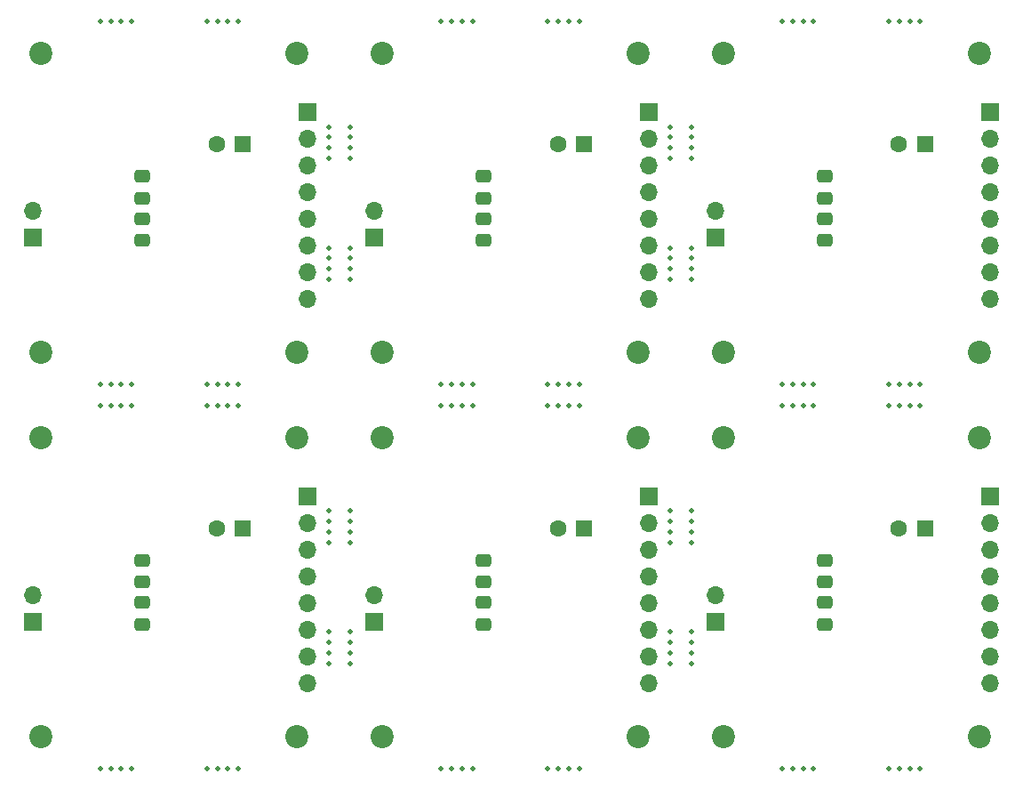
<source format=gbr>
%TF.GenerationSoftware,KiCad,Pcbnew,8.0.4*%
%TF.CreationDate,2024-08-17T22:53:07+02:00*%
%TF.ProjectId,,58585858-5858-4585-9858-585858585858,rev?*%
%TF.SameCoordinates,Original*%
%TF.FileFunction,Soldermask,Bot*%
%TF.FilePolarity,Negative*%
%FSLAX46Y46*%
G04 Gerber Fmt 4.6, Leading zero omitted, Abs format (unit mm)*
G04 Created by KiCad (PCBNEW 8.0.4) date 2024-08-17 22:53:07*
%MOMM*%
%LPD*%
G01*
G04 APERTURE LIST*
G04 Aperture macros list*
%AMRoundRect*
0 Rectangle with rounded corners*
0 $1 Rounding radius*
0 $2 $3 $4 $5 $6 $7 $8 $9 X,Y pos of 4 corners*
0 Add a 4 corners polygon primitive as box body*
4,1,4,$2,$3,$4,$5,$6,$7,$8,$9,$2,$3,0*
0 Add four circle primitives for the rounded corners*
1,1,$1+$1,$2,$3*
1,1,$1+$1,$4,$5*
1,1,$1+$1,$6,$7*
1,1,$1+$1,$8,$9*
0 Add four rect primitives between the rounded corners*
20,1,$1+$1,$2,$3,$4,$5,0*
20,1,$1+$1,$4,$5,$6,$7,0*
20,1,$1+$1,$6,$7,$8,$9,0*
20,1,$1+$1,$8,$9,$2,$3,0*%
G04 Aperture macros list end*
%ADD10RoundRect,0.250000X0.475000X-0.337500X0.475000X0.337500X-0.475000X0.337500X-0.475000X-0.337500X0*%
%ADD11RoundRect,0.250000X-0.475000X0.337500X-0.475000X-0.337500X0.475000X-0.337500X0.475000X0.337500X0*%
%ADD12C,0.500000*%
%ADD13C,2.200000*%
%ADD14R,1.700000X1.700000*%
%ADD15O,1.700000X1.700000*%
%ADD16R,1.600000X1.600000*%
%ADD17C,1.600000*%
G04 APERTURE END LIST*
D10*
%TO.C,C2*%
X145960000Y-84372500D03*
X145960000Y-82297500D03*
%TD*%
D11*
%TO.C,C6*%
X113480000Y-41732500D03*
X113480000Y-43807500D03*
%TD*%
D10*
%TO.C,C2*%
X178440000Y-84372500D03*
X178440000Y-82297500D03*
%TD*%
D11*
%TO.C,C6*%
X178440000Y-41732500D03*
X178440000Y-43807500D03*
%TD*%
%TO.C,C6*%
X113480000Y-78276500D03*
X113480000Y-80351500D03*
%TD*%
%TO.C,C6*%
X145960000Y-78276500D03*
X145960000Y-80351500D03*
%TD*%
%TO.C,C6*%
X145960000Y-41732500D03*
X145960000Y-43807500D03*
%TD*%
D10*
%TO.C,C2*%
X178440000Y-47828500D03*
X178440000Y-45753500D03*
%TD*%
D11*
%TO.C,C6*%
X178440000Y-78276500D03*
X178440000Y-80351500D03*
%TD*%
D10*
%TO.C,C2*%
X113480000Y-84372500D03*
X113480000Y-82297500D03*
%TD*%
%TO.C,C2*%
X113480000Y-47828500D03*
X113480000Y-45753500D03*
%TD*%
%TO.C,C2*%
X145960000Y-47828500D03*
X145960000Y-45753500D03*
%TD*%
D12*
%TO.C,KiKit_MB_3_1*%
X109440000Y-27000500D03*
%TD*%
%TO.C,KiKit_MB_28_4*%
X133260000Y-85073833D03*
%TD*%
%TO.C,KiKit_MB_31_3*%
X143920000Y-63544500D03*
%TD*%
%TO.C,KiKit_MB_33_2*%
X143920000Y-98088500D03*
%TD*%
%TO.C,KiKit_MB_33_3*%
X142920000Y-98088500D03*
%TD*%
%TO.C,KiKit_MB_25_1*%
X112440000Y-98088500D03*
%TD*%
%TO.C,KiKit_MB_16_1*%
X165740000Y-51529833D03*
%TD*%
%TO.C,KiKit_MB_30_3*%
X163740000Y-87073833D03*
%TD*%
%TO.C,KiKit_MB_38_4*%
X187560000Y-63544500D03*
%TD*%
D13*
%TO.C,M2*%
X136308000Y-66592500D03*
%TD*%
D12*
%TO.C,KiKit_MB_11_3*%
X143920000Y-27000500D03*
%TD*%
%TO.C,KiKit_MB_11_4*%
X144920000Y-27000500D03*
%TD*%
%TO.C,KiKit_MB_18_2*%
X185560000Y-27000500D03*
%TD*%
%TO.C,KiKit_MB_5_2*%
X111440000Y-61544500D03*
%TD*%
%TO.C,KiKit_MB_39_3*%
X175400000Y-98088500D03*
%TD*%
%TO.C,KiKit_MB_34_4*%
X152080000Y-98088500D03*
%TD*%
%TO.C,KiKit_MB_12_3*%
X154080000Y-27000500D03*
%TD*%
%TO.C,KiKit_MB_26_4*%
X119600000Y-98088500D03*
%TD*%
%TO.C,KiKit_MB_7_2*%
X133260000Y-39015167D03*
%TD*%
%TO.C,KiKit_MB_10_2*%
X163740000Y-49529833D03*
%TD*%
%TO.C,KiKit_MB_14_1*%
X155080000Y-61544500D03*
%TD*%
%TO.C,KiKit_MB_6_1*%
X122600000Y-61544500D03*
%TD*%
D14*
%TO.C,J1*%
X161708000Y-35636500D03*
D15*
X161708000Y-38176500D03*
X161708000Y-40716500D03*
X161708000Y-43256500D03*
X161708000Y-45796500D03*
X161708000Y-48336500D03*
X161708000Y-50876500D03*
X161708000Y-53416500D03*
%TD*%
D12*
%TO.C,KiKit_MB_19_1*%
X177400000Y-61544500D03*
%TD*%
D16*
%TO.C,C7*%
X123044380Y-75228500D03*
D17*
X120544380Y-75228500D03*
%TD*%
D12*
%TO.C,KiKit_MB_34_2*%
X154080000Y-98088500D03*
%TD*%
%TO.C,KiKit_MB_5_3*%
X110440000Y-61544500D03*
%TD*%
%TO.C,KiKit_MB_7_3*%
X133260000Y-38015167D03*
%TD*%
%TO.C,KiKit_MB_25_4*%
X109440000Y-98088500D03*
%TD*%
D14*
%TO.C,J2*%
X168026000Y-47579500D03*
D15*
X168026000Y-45039500D03*
%TD*%
D12*
%TO.C,KiKit_MB_19_3*%
X175400000Y-61544500D03*
%TD*%
%TO.C,KiKit_MB_37_2*%
X175400000Y-63544500D03*
%TD*%
%TO.C,KiKit_MB_9_4*%
X163740000Y-40015167D03*
%TD*%
%TO.C,KiKit_MB_3_3*%
X111440000Y-27000500D03*
%TD*%
%TO.C,KiKit_MB_24_3*%
X121600000Y-63544500D03*
%TD*%
%TO.C,KiKit_MB_7_1*%
X133260000Y-40015167D03*
%TD*%
D13*
%TO.C,REF\u002A\u002A*%
X128212000Y-95040500D03*
%TD*%
D12*
%TO.C,KiKit_MB_17_3*%
X176400000Y-27000500D03*
%TD*%
%TO.C,KiKit_MB_4_3*%
X121600000Y-27000500D03*
%TD*%
%TO.C,KiKit_MB_2_4*%
X131260000Y-51529833D03*
%TD*%
%TO.C,KiKit_MB_13_2*%
X143920000Y-61544500D03*
%TD*%
%TO.C,KiKit_MB_36_3*%
X165740000Y-86073833D03*
%TD*%
%TO.C,KiKit_MB_27_1*%
X133260000Y-76559166D03*
%TD*%
%TO.C,KiKit_MB_11_2*%
X142920000Y-27000500D03*
%TD*%
%TO.C,KiKit_MB_20_4*%
X184560000Y-61544500D03*
%TD*%
D14*
%TO.C,J1*%
X129228000Y-35636500D03*
D15*
X129228000Y-38176500D03*
X129228000Y-40716500D03*
X129228000Y-43256500D03*
X129228000Y-45796500D03*
X129228000Y-48336500D03*
X129228000Y-50876500D03*
X129228000Y-53416500D03*
%TD*%
D16*
%TO.C,C7*%
X188004380Y-75228500D03*
D17*
X185504380Y-75228500D03*
%TD*%
D12*
%TO.C,KiKit_MB_9_2*%
X163740000Y-38015167D03*
%TD*%
%TO.C,KiKit_MB_1_2*%
X131260000Y-38015167D03*
%TD*%
%TO.C,KiKit_MB_14_3*%
X153080000Y-61544500D03*
%TD*%
%TO.C,KiKit_MB_29_3*%
X163740000Y-75559166D03*
%TD*%
%TO.C,KiKit_MB_27_4*%
X133260000Y-73559166D03*
%TD*%
%TO.C,KiKit_MB_1_4*%
X131260000Y-40015167D03*
%TD*%
%TO.C,KiKit_MB_23_4*%
X112440000Y-63544500D03*
%TD*%
%TO.C,KiKit_MB_20_1*%
X187560000Y-61544500D03*
%TD*%
D13*
%TO.C,REF\u002A\u002A*%
X103828000Y-95040500D03*
%TD*%
D12*
%TO.C,KiKit_MB_15_4*%
X165740000Y-37015167D03*
%TD*%
%TO.C,KiKit_MB_4_2*%
X120600000Y-27000500D03*
%TD*%
%TO.C,KiKit_MB_22_4*%
X131260000Y-88073833D03*
%TD*%
%TO.C,KiKit_MB_9_1*%
X163740000Y-37015167D03*
%TD*%
%TO.C,KiKit_MB_20_2*%
X186560000Y-61544500D03*
%TD*%
%TO.C,KiKit_MB_36_4*%
X165740000Y-85073833D03*
%TD*%
%TO.C,KiKit_MB_14_2*%
X154080000Y-61544500D03*
%TD*%
%TO.C,KiKit_MB_8_3*%
X133260000Y-49529833D03*
%TD*%
D13*
%TO.C,REF\u002A\u002A*%
X128212000Y-30048500D03*
%TD*%
D12*
%TO.C,KiKit_MB_33_1*%
X144920000Y-98088500D03*
%TD*%
%TO.C,KiKit_MB_13_1*%
X144920000Y-61544500D03*
%TD*%
%TO.C,KiKit_MB_31_1*%
X141920000Y-63544500D03*
%TD*%
%TO.C,KiKit_MB_17_4*%
X177400000Y-27000500D03*
%TD*%
%TO.C,KiKit_MB_1_1*%
X131260000Y-37015167D03*
%TD*%
%TO.C,KiKit_MB_22_3*%
X131260000Y-87073833D03*
%TD*%
%TO.C,KiKit_MB_29_2*%
X163740000Y-74559166D03*
%TD*%
%TO.C,KiKit_MB_34_3*%
X153080000Y-98088500D03*
%TD*%
%TO.C,KiKit_MB_18_1*%
X184560000Y-27000500D03*
%TD*%
D13*
%TO.C,REF\u002A\u002A*%
X193172000Y-95040500D03*
%TD*%
D14*
%TO.C,J2*%
X135546000Y-84123500D03*
D15*
X135546000Y-81583500D03*
%TD*%
D12*
%TO.C,KiKit_MB_17_1*%
X174400000Y-27000500D03*
%TD*%
%TO.C,KiKit_MB_21_3*%
X131260000Y-75559166D03*
%TD*%
%TO.C,KiKit_MB_10_3*%
X163740000Y-50529833D03*
%TD*%
%TO.C,KiKit_MB_30_2*%
X163740000Y-86073833D03*
%TD*%
D13*
%TO.C,REF\u002A\u002A*%
X168788000Y-58496500D03*
%TD*%
D12*
%TO.C,KiKit_MB_13_4*%
X141920000Y-61544500D03*
%TD*%
%TO.C,KiKit_MB_8_1*%
X133260000Y-51529833D03*
%TD*%
D14*
%TO.C,J2*%
X103066000Y-47579500D03*
D15*
X103066000Y-45039500D03*
%TD*%
D12*
%TO.C,KiKit_MB_31_4*%
X144920000Y-63544500D03*
%TD*%
D16*
%TO.C,C7*%
X155524380Y-75228500D03*
D17*
X153024380Y-75228500D03*
%TD*%
D12*
%TO.C,KiKit_MB_38_1*%
X184560000Y-63544500D03*
%TD*%
D13*
%TO.C,REF\u002A\u002A*%
X160692000Y-58496500D03*
%TD*%
D12*
%TO.C,KiKit_MB_32_1*%
X152080000Y-63544500D03*
%TD*%
D13*
%TO.C,REF\u002A\u002A*%
X193172000Y-66592500D03*
%TD*%
D12*
%TO.C,KiKit_MB_6_3*%
X120600000Y-61544500D03*
%TD*%
%TO.C,KiKit_MB_10_4*%
X163740000Y-51529833D03*
%TD*%
D13*
%TO.C,REF\u002A\u002A*%
X128212000Y-58496500D03*
%TD*%
D12*
%TO.C,KiKit_MB_4_4*%
X122600000Y-27000500D03*
%TD*%
%TO.C,KiKit_MB_16_3*%
X165740000Y-49529833D03*
%TD*%
%TO.C,KiKit_MB_14_4*%
X152080000Y-61544500D03*
%TD*%
%TO.C,KiKit_MB_5_1*%
X112440000Y-61544500D03*
%TD*%
%TO.C,KiKit_MB_23_3*%
X111440000Y-63544500D03*
%TD*%
D14*
%TO.C,J2*%
X135546000Y-47579500D03*
D15*
X135546000Y-45039500D03*
%TD*%
D12*
%TO.C,KiKit_MB_30_4*%
X163740000Y-88073833D03*
%TD*%
%TO.C,KiKit_MB_15_2*%
X165740000Y-39015167D03*
%TD*%
%TO.C,KiKit_MB_24_2*%
X120600000Y-63544500D03*
%TD*%
D13*
%TO.C,M2*%
X136308000Y-30048500D03*
%TD*%
D12*
%TO.C,KiKit_MB_28_1*%
X133260000Y-88073833D03*
%TD*%
%TO.C,KiKit_MB_30_1*%
X163740000Y-85073833D03*
%TD*%
%TO.C,KiKit_MB_20_3*%
X185560000Y-61544500D03*
%TD*%
D16*
%TO.C,C7*%
X155524380Y-38684500D03*
D17*
X153024380Y-38684500D03*
%TD*%
D12*
%TO.C,KiKit_MB_12_1*%
X152080000Y-27000500D03*
%TD*%
%TO.C,KiKit_MB_35_1*%
X165740000Y-76559166D03*
%TD*%
D13*
%TO.C,M2*%
X103828000Y-30048500D03*
%TD*%
D12*
%TO.C,KiKit_MB_2_3*%
X131260000Y-50529833D03*
%TD*%
%TO.C,KiKit_MB_2_1*%
X131260000Y-48529833D03*
%TD*%
%TO.C,KiKit_MB_27_2*%
X133260000Y-75559166D03*
%TD*%
%TO.C,KiKit_MB_5_4*%
X109440000Y-61544500D03*
%TD*%
D14*
%TO.C,J1*%
X129228000Y-72180500D03*
D15*
X129228000Y-74720500D03*
X129228000Y-77260500D03*
X129228000Y-79800500D03*
X129228000Y-82340500D03*
X129228000Y-84880500D03*
X129228000Y-87420500D03*
X129228000Y-89960500D03*
%TD*%
D13*
%TO.C,REF\u002A\u002A*%
X136308000Y-95040500D03*
%TD*%
D12*
%TO.C,KiKit_MB_4_1*%
X119600000Y-27000500D03*
%TD*%
%TO.C,KiKit_MB_40_2*%
X186560000Y-98088500D03*
%TD*%
%TO.C,KiKit_MB_24_4*%
X122600000Y-63544500D03*
%TD*%
%TO.C,KiKit_MB_23_2*%
X110440000Y-63544500D03*
%TD*%
%TO.C,KiKit_MB_36_1*%
X165740000Y-88073833D03*
%TD*%
%TO.C,KiKit_MB_12_4*%
X155080000Y-27000500D03*
%TD*%
%TO.C,KiKit_MB_19_2*%
X176400000Y-61544500D03*
%TD*%
%TO.C,KiKit_MB_25_2*%
X111440000Y-98088500D03*
%TD*%
D14*
%TO.C,J1*%
X161708000Y-72180500D03*
D15*
X161708000Y-74720500D03*
X161708000Y-77260500D03*
X161708000Y-79800500D03*
X161708000Y-82340500D03*
X161708000Y-84880500D03*
X161708000Y-87420500D03*
X161708000Y-89960500D03*
%TD*%
D14*
%TO.C,J1*%
X194188000Y-72180500D03*
D15*
X194188000Y-74720500D03*
X194188000Y-77260500D03*
X194188000Y-79800500D03*
X194188000Y-82340500D03*
X194188000Y-84880500D03*
X194188000Y-87420500D03*
X194188000Y-89960500D03*
%TD*%
D12*
%TO.C,KiKit_MB_21_1*%
X131260000Y-73559166D03*
%TD*%
D13*
%TO.C,REF\u002A\u002A*%
X160692000Y-30048500D03*
%TD*%
D12*
%TO.C,KiKit_MB_16_2*%
X165740000Y-50529833D03*
%TD*%
%TO.C,KiKit_MB_8_4*%
X133260000Y-48529833D03*
%TD*%
%TO.C,KiKit_MB_37_4*%
X177400000Y-63544500D03*
%TD*%
%TO.C,KiKit_MB_39_4*%
X174400000Y-98088500D03*
%TD*%
%TO.C,KiKit_MB_35_3*%
X165740000Y-74559166D03*
%TD*%
D14*
%TO.C,J2*%
X168026000Y-84123500D03*
D15*
X168026000Y-81583500D03*
%TD*%
D13*
%TO.C,REF\u002A\u002A*%
X193172000Y-30048500D03*
%TD*%
D12*
%TO.C,KiKit_MB_13_3*%
X142920000Y-61544500D03*
%TD*%
%TO.C,KiKit_MB_32_4*%
X155080000Y-63544500D03*
%TD*%
%TO.C,KiKit_MB_28_2*%
X133260000Y-87073833D03*
%TD*%
%TO.C,KiKit_MB_16_4*%
X165740000Y-48529833D03*
%TD*%
%TO.C,KiKit_MB_35_4*%
X165740000Y-73559166D03*
%TD*%
D13*
%TO.C,REF\u002A\u002A*%
X136308000Y-58496500D03*
%TD*%
D12*
%TO.C,KiKit_MB_26_1*%
X122600000Y-98088500D03*
%TD*%
D13*
%TO.C,REF\u002A\u002A*%
X168788000Y-95040500D03*
%TD*%
%TO.C,REF\u002A\u002A*%
X193172000Y-58496500D03*
%TD*%
D14*
%TO.C,J1*%
X194188000Y-35636500D03*
D15*
X194188000Y-38176500D03*
X194188000Y-40716500D03*
X194188000Y-43256500D03*
X194188000Y-45796500D03*
X194188000Y-48336500D03*
X194188000Y-50876500D03*
X194188000Y-53416500D03*
%TD*%
D12*
%TO.C,KiKit_MB_29_1*%
X163740000Y-73559166D03*
%TD*%
D14*
%TO.C,J2*%
X103066000Y-84123500D03*
D15*
X103066000Y-81583500D03*
%TD*%
D12*
%TO.C,KiKit_MB_26_2*%
X121600000Y-98088500D03*
%TD*%
%TO.C,KiKit_MB_17_2*%
X175400000Y-27000500D03*
%TD*%
%TO.C,KiKit_MB_38_3*%
X186560000Y-63544500D03*
%TD*%
%TO.C,KiKit_MB_40_1*%
X187560000Y-98088500D03*
%TD*%
%TO.C,KiKit_MB_3_2*%
X110440000Y-27000500D03*
%TD*%
%TO.C,KiKit_MB_15_3*%
X165740000Y-38015167D03*
%TD*%
%TO.C,KiKit_MB_31_2*%
X142920000Y-63544500D03*
%TD*%
%TO.C,KiKit_MB_32_2*%
X153080000Y-63544500D03*
%TD*%
D13*
%TO.C,M2*%
X103828000Y-66592500D03*
%TD*%
D12*
%TO.C,KiKit_MB_21_2*%
X131260000Y-74559166D03*
%TD*%
%TO.C,KiKit_MB_8_2*%
X133260000Y-50529833D03*
%TD*%
%TO.C,KiKit_MB_7_4*%
X133260000Y-37015167D03*
%TD*%
%TO.C,KiKit_MB_24_1*%
X119600000Y-63544500D03*
%TD*%
%TO.C,KiKit_MB_1_3*%
X131260000Y-39015167D03*
%TD*%
D16*
%TO.C,C7*%
X188004380Y-38684500D03*
D17*
X185504380Y-38684500D03*
%TD*%
D12*
%TO.C,KiKit_MB_3_4*%
X112440000Y-27000500D03*
%TD*%
D16*
%TO.C,C7*%
X123044380Y-38684500D03*
D17*
X120544380Y-38684500D03*
%TD*%
D13*
%TO.C,REF\u002A\u002A*%
X160692000Y-66592500D03*
%TD*%
D12*
%TO.C,KiKit_MB_22_1*%
X131260000Y-85073833D03*
%TD*%
%TO.C,KiKit_MB_40_3*%
X185560000Y-98088500D03*
%TD*%
%TO.C,KiKit_MB_19_4*%
X174400000Y-61544500D03*
%TD*%
%TO.C,KiKit_MB_38_2*%
X185560000Y-63544500D03*
%TD*%
%TO.C,KiKit_MB_40_4*%
X184560000Y-98088500D03*
%TD*%
%TO.C,KiKit_MB_25_3*%
X110440000Y-98088500D03*
%TD*%
%TO.C,KiKit_MB_6_2*%
X121600000Y-61544500D03*
%TD*%
%TO.C,KiKit_MB_37_1*%
X174400000Y-63544500D03*
%TD*%
D13*
%TO.C,REF\u002A\u002A*%
X128212000Y-66592500D03*
%TD*%
%TO.C,REF\u002A\u002A*%
X103828000Y-58496500D03*
%TD*%
%TO.C,M2*%
X168788000Y-30048500D03*
%TD*%
D12*
%TO.C,KiKit_MB_9_3*%
X163740000Y-39015167D03*
%TD*%
%TO.C,KiKit_MB_2_2*%
X131260000Y-49529833D03*
%TD*%
%TO.C,KiKit_MB_22_2*%
X131260000Y-86073833D03*
%TD*%
%TO.C,KiKit_MB_28_3*%
X133260000Y-86073833D03*
%TD*%
%TO.C,KiKit_MB_15_1*%
X165740000Y-40015167D03*
%TD*%
%TO.C,KiKit_MB_21_4*%
X131260000Y-76559166D03*
%TD*%
%TO.C,KiKit_MB_12_2*%
X153080000Y-27000500D03*
%TD*%
%TO.C,KiKit_MB_36_2*%
X165740000Y-87073833D03*
%TD*%
%TO.C,KiKit_MB_37_3*%
X176400000Y-63544500D03*
%TD*%
%TO.C,KiKit_MB_35_2*%
X165740000Y-75559166D03*
%TD*%
%TO.C,KiKit_MB_18_4*%
X187560000Y-27000500D03*
%TD*%
%TO.C,KiKit_MB_26_3*%
X120600000Y-98088500D03*
%TD*%
%TO.C,KiKit_MB_27_3*%
X133260000Y-74559166D03*
%TD*%
D13*
%TO.C,REF\u002A\u002A*%
X160692000Y-95040500D03*
%TD*%
D12*
%TO.C,KiKit_MB_23_1*%
X109440000Y-63544500D03*
%TD*%
D13*
%TO.C,M2*%
X168788000Y-66592500D03*
%TD*%
D12*
%TO.C,KiKit_MB_33_4*%
X141920000Y-98088500D03*
%TD*%
%TO.C,KiKit_MB_10_1*%
X163740000Y-48529833D03*
%TD*%
%TO.C,KiKit_MB_11_1*%
X141920000Y-27000500D03*
%TD*%
%TO.C,KiKit_MB_29_4*%
X163740000Y-76559166D03*
%TD*%
%TO.C,KiKit_MB_32_3*%
X154080000Y-63544500D03*
%TD*%
%TO.C,KiKit_MB_34_1*%
X155080000Y-98088500D03*
%TD*%
%TO.C,KiKit_MB_6_4*%
X119600000Y-61544500D03*
%TD*%
%TO.C,KiKit_MB_39_2*%
X176400000Y-98088500D03*
%TD*%
%TO.C,KiKit_MB_18_3*%
X186560000Y-27000500D03*
%TD*%
%TO.C,KiKit_MB_39_1*%
X177400000Y-98088500D03*
%TD*%
M02*

</source>
